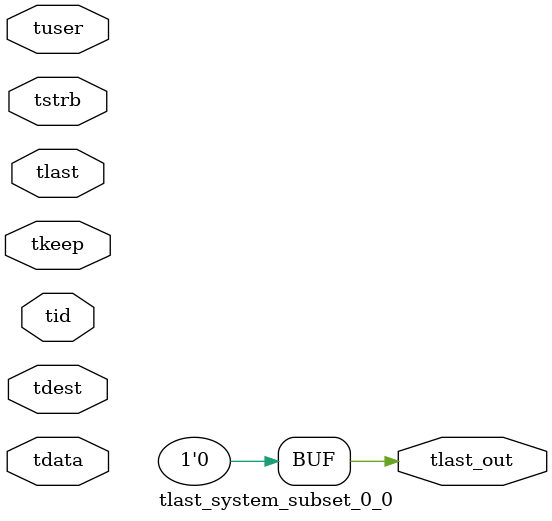
<source format=v>


`timescale 1ps/1ps

module tlast_system_subset_0_0 #
(
parameter C_S_AXIS_TID_WIDTH   = 1,
parameter C_S_AXIS_TUSER_WIDTH = 0,
parameter C_S_AXIS_TDATA_WIDTH = 0,
parameter C_S_AXIS_TDEST_WIDTH = 0
)
(
input  [(C_S_AXIS_TID_WIDTH   == 0 ? 1 : C_S_AXIS_TID_WIDTH)-1:0       ] tid,
input  [(C_S_AXIS_TDATA_WIDTH == 0 ? 1 : C_S_AXIS_TDATA_WIDTH)-1:0     ] tdata,
input  [(C_S_AXIS_TUSER_WIDTH == 0 ? 1 : C_S_AXIS_TUSER_WIDTH)-1:0     ] tuser,
input  [(C_S_AXIS_TDEST_WIDTH == 0 ? 1 : C_S_AXIS_TDEST_WIDTH)-1:0     ] tdest,
input  [(C_S_AXIS_TDATA_WIDTH/8)-1:0 ] tkeep,
input  [(C_S_AXIS_TDATA_WIDTH/8)-1:0 ] tstrb,
input  [0:0]                                                             tlast,
output                                                                   tlast_out
);

assign tlast_out = {1'b0};

endmodule


</source>
